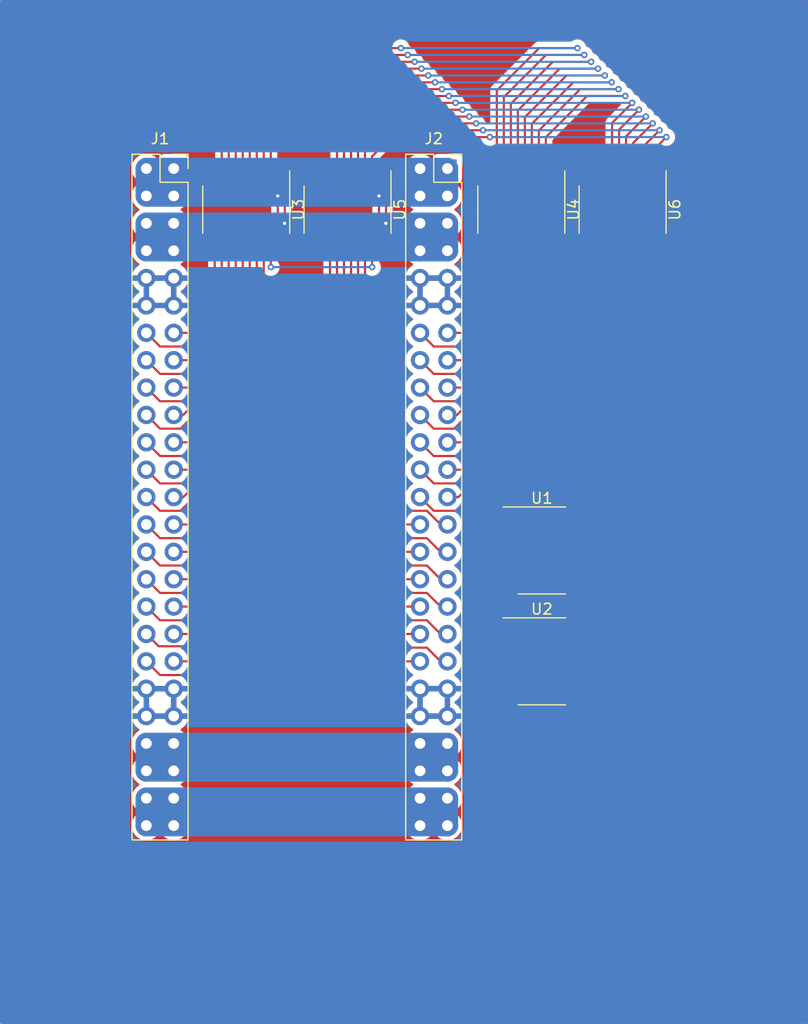
<source format=kicad_pcb>
(kicad_pcb (version 20211014) (generator pcbnew)
  (layers (0 "F.Cu" signal) (31 "B.Cu" signal) (34 "B.Paste" user) (35 "F.Paste" user) (36 "B.SilkS" user "B.Silkscreen") (37 "F.SilkS" user "F.Silkscreen") (38 "B.Mask" user) (39 "F.Mask" user) (44 "Edge.Cuts" user))
  (net 0 "")
  (net 1 "+3V3")
  (net 2 "+5V")
  (net 3 "GND")
  (net 4 "STEPPER_X1_STEP_{a}")
  (net 5 "STEPPER_X1_DIR_{a}")
  (net 6 "STEPPER_X2_STEP_{a}")
  (net 7 "STEPPER_X2_DIR_{a}")
  (net 8 "STEPPER_Y_STEP_{a}")
  (net 9 "STEPPER_Y_DIR_{a}")
  (net 10 "STEPPER_Z_STEP_{a}")
  (net 11 "STEPPER_Z_DIR_{a}")
  (net 12 "SPINDLE_ENABLE_{a}")
  (net 13 "STEPPER_ENABLE_{a}")
  (net 14 "SPINDLE_PWM_{a}")
  (net 15 "OUT_{0}_{a}")
  (net 16 "OUT_{1}_{a}")
  (net 17 "OUT_{2}_{a}")
  (net 18 "LIMIT_X1_POS")
  (net 19 "LIMIT_X1_NEG")
  (net 20 "LIMIT_X2_POS")
  (net 21 "LIMIT_X2_NEG")
  (net 22 "LIMIT_Y_POS")
  (net 23 "LIMIT_Y_NEG")
  (net 24 "LIMIT_Z_POS")
  (net 25 "LIMIT_Z_NEG")
  (net 26 "PROBE")
  (net 27 "IN_{0}")
  (net 28 "IN_{1}")
  (net 29 "IN_{2}")
  (net 30 "STEPPER_X1_STEP_{b}")
  (net 31 "STEPPER_X1_DIR_{b}")
  (net 32 "STEPPER_X2_STEP_{b}")
  (net 33 "STEPPER_X2_DIR_{b}")
  (net 34 "STEPPER_Y_STEP_{b}")
  (net 35 "STEPPER_Y_DIR_{b}")
  (net 36 "STEPPER_Z_STEP_{b}")
  (net 37 "STEPPER_Z_DIR_{b}")
  (net 38 "SPINDLE_ENABLE_{b}")
  (net 39 "STEPPER_ENABLE_{b}")
  (net 40 "SPINDLE_PWM_{b}")
  (net 41 "OUT_{0}_{b}")
  (net 42 "OUT_{1}_{b}")
  (net 43 "OUT_{2}_{b}")
  (net 80 "STEPPER_X1_STEP_{c}")
  (net 81 "STEPPER_X1_DIR_{c}")
  (net 82 "STEPPER_X2_STEP_{c}")
  (net 83 "STEPPER_X2_DIR_{c}")
  (net 84 "STEPPER_Y_STEP_{c}")
  (net 85 "STEPPER_Y_DIR_{c}")
  (net 86 "STEPPER_Z_STEP_{c}")
  (net 87 "STEPPER_ENABLE_{c}")
  (net 88 "SPINDLE_PWM_{c}")
  (net 89 "OUT_{0}_{c}")
  (net 90 "OUT_{1}_{c}")
  (net 91 "OUT_{2}_{c}")
  (net 92 "SPINDLE_ENABLE_{c}")
  (net 93 "STEPPER_Z_DIR_{c}")
  (net 98 "OE_{a}")
  (net 99 "OE_{b}")
  (footprint "Package_SO:TSSOP-24_4.4x7.8mm_P0.65mm" (layer "F.Cu") (at 77.851 44.45 -90)
    (fp_text reference "U3")
    (fp_text value "SN74LVC4245A")
  )
  (footprint "Package_SO:TSSOP-24_4.4x7.8mm_P0.65mm" (layer "F.Cu") (at 112.776 44.45 -90)
    (fp_text reference "U6")
    (fp_text value "SN74LVC4245A")
  )
  (footprint "Package_SO:TSSOP-24_4.4x7.8mm_P0.65mm" (layer "F.Cu") (at 103.378 44.45 -90)
    (fp_text reference "U4")
    (fp_text value "SN74LVC4245A")
  )
  (footprint "Package_SO:TSSOP-24_4.4x7.8mm_P0.65mm" (layer "F.Cu") (at 105.283 86.36)
    (fp_text reference "U2")
    (fp_text value "SN74LVC4245A")
  )
  (footprint "Package_SO:TSSOP-24_4.4x7.8mm_P0.65mm" (layer "F.Cu") (at 105.283 76.073)
    (fp_text reference "U1")
    (fp_text value "SN74LVC4245A")
  )
  (footprint "Connector_PinSocket_2.54mm:PinSocket_2x25_P2.54mm_Vertical" (layer "F.Cu") (at 96.52 40.64)
    (fp_text reference "J2")
    (fp_text value "Conn_02x25_Odd_Even")
  )
  (footprint "Package_SO:TSSOP-24_4.4x7.8mm_P0.65mm" (layer "F.Cu") (at 87.249 44.45 -90)
    (fp_text reference "U5")
    (fp_text value "SN74LVC4245A")
  )
  (footprint "Connector_PinSocket_2.54mm:PinSocket_2x25_P2.54mm_Vertical" (layer "F.Cu") (at 71.12 40.64)
    (fp_text reference "J1")
    (fp_text value "Conn_02x25_Odd_Even")
  )
  (segment (start 90.174 45.978) (end 90.174 43.184) (width 0.2) (layer "F.Cu") (net 1))
  (segment (start 90.174 47.3125) (end 90.174 45.978) (width 0.2) (layer "F.Cu") (net 1))
  (segment (start 80.776 46.105) (end 81.426 46.755) (width 0.2) (layer "F.Cu") (net 1))
  (segment (start 80.776 43.184) (end 80.776 46.105) (width 0.2) (layer "F.Cu") (net 1))
  (segment (start 90.174 43.184) (end 90.17 43.18) (width 0.2) (layer "F.Cu") (net 1))
  (segment (start 90.824 47.3125) (end 90.824 46.628) (width 0.2) (layer "F.Cu") (net 1))
  (segment (start 90.824 46.628) (end 90.174 45.978) (width 0.2) (layer "F.Cu") (net 1))
  (segment (start 81.426 46.755) (end 81.426 47.3125) (width 0.2) (layer "F.Cu") (net 1))
  (segment (start 80.776 46.105) (end 80.776 47.3125) (width 0.2) (layer "F.Cu") (net 1))
  (segment (start 80.772 43.18) (end 80.776 43.184) (width 0.2) (layer "F.Cu") (net 1))
  (via (at 80.772 43.18) (size 0.6) (drill 0.3) (layers "F.Cu" "B.Cu") (net 1))
  (via (at 90.17 43.18) (size 0.6) (drill 0.3) (layers "F.Cu" "B.Cu") (net 1))
  (segment (start 96.52 101.6) (end 96.52 99.06) (width 2) (layer "B.Cu") (net 1))
  (segment (start 96.52 99.06) (end 93.98 99.06) (width 2) (layer "B.Cu") (net 1))
  (segment (start 96.266 41.91) (end 96.52 41.656) (width 2) (layer "B.Cu") (net 1))
  (segment (start 68.58 101.6) (end 71.12 101.6) (width 2) (layer "B.Cu") (net 1))
  (segment (start 68.834 41.91) (end 96.266 41.91) (width 2) (layer "B.Cu") (net 1))
  (segment (start 69.85 100.33) (end 95.25 100.33) (width 2) (layer "B.Cu") (net 1))
  (segment (start 93.98 40.64) (end 96.52 40.64) (width 2) (layer "B.Cu") (net 1))
  (segment (start 71.12 43.18) (end 68.58 43.18) (width 2) (layer "B.Cu") (net 1))
  (segment (start 68.58 101.6) (end 69.85 100.33) (width 2) (layer "B.Cu") (net 1))
  (segment (start 96.52 41.656) (end 96.52 40.64) (width 2) (layer "B.Cu") (net 1))
  (segment (start 96.52 43.18) (end 96.52 41.656) (width 2) (layer "B.Cu") (net 1))
  (segment (start 93.98 43.18) (end 90.17 43.18) (width 2) (layer "B.Cu") (net 1))
  (segment (start 68.58 41.656) (end 68.834 41.91) (width 2) (layer "B.Cu") (net 1))
  (segment (start 90.17 43.18) (end 80.772 43.18) (width 2) (layer "B.Cu") (net 1))
  (segment (start 68.58 41.656) (end 68.58 40.64) (width 2) (layer "B.Cu") (net 1))
  (segment (start 93.98 101.6) (end 96.52 101.6) (width 2) (layer "B.Cu") (net 1))
  (segment (start 95.25 100.33) (end 96.52 101.6) (width 2) (layer "B.Cu") (net 1))
  (segment (start 68.58 99.06) (end 68.58 101.6) (width 2) (layer "B.Cu") (net 1))
  (segment (start 71.12 99.06) (end 68.58 99.06) (width 2) (layer "B.Cu") (net 1))
  (segment (start 96.52 43.18) (end 93.98 43.18) (width 2) (layer "B.Cu") (net 1))
  (segment (start 68.58 40.64) (end 71.12 40.64) (width 2) (layer "B.Cu") (net 1))
  (segment (start 68.58 43.18) (end 68.58 41.656) (width 2) (layer "B.Cu") (net 1))
  (segment (start 71.12 40.64) (end 93.98 40.64) (width 2) (layer "B.Cu") (net 1))
  (segment (start 93.98 99.06) (end 71.12 99.06) (width 2) (layer "B.Cu") (net 1))
  (segment (start 71.12 101.6) (end 93.98 101.6) (width 2) (layer "B.Cu") (net 1))
  (segment (start 80.772 43.18) (end 71.12 43.18) (width 2) (layer "B.Cu") (net 1))
  (segment (start 81.426 45.701) (end 81.407 45.72) (width 0.2) (layer "F.Cu") (net 2))
  (segment (start 90.805 45.72) (end 90.824 45.701) (width 0.2) (layer "F.Cu") (net 2))
  (segment (start 90.824 45.701) (end 90.824 41.5875) (width 0.2) (layer "F.Cu") (net 2))
  (segment (start 81.426 41.5875) (end 81.426 45.701) (width 0.2) (layer "F.Cu") (net 2))
  (via (at 90.805 45.72) (size 0.6) (drill 0.3) (layers "F.Cu" "B.Cu") (net 2))
  (via (at 81.407 45.72) (size 0.6) (drill 0.3) (layers "F.Cu" "B.Cu") (net 2))
  (segment (start 93.98 93.98) (end 96.52 93.98) (width 2) (layer "B.Cu") (net 2))
  (segment (start 68.58 96.52) (end 69.85 95.25) (width 2) (layer "B.Cu") (net 2))
  (segment (start 71.12 48.26) (end 68.58 48.26) (width 2) (layer "B.Cu") (net 2))
  (segment (start 71.12 96.52) (end 68.58 96.52) (width 2) (layer "B.Cu") (net 2))
  (segment (start 96.52 96.52) (end 93.98 96.52) (width 2) (layer "B.Cu") (net 2))
  (segment (start 69.85 46.99) (end 71.12 48.26) (width 2) (layer "B.Cu") (net 2))
  (segment (start 95.25 46.99) (end 96.52 48.26) (width 2) (layer "B.Cu") (net 2))
  (segment (start 71.12 45.72) (end 81.407 45.72) (width 2) (layer "B.Cu") (net 2))
  (segment (start 69.85 46.99) (end 95.25 46.99) (width 2) (layer "B.Cu") (net 2))
  (segment (start 68.58 96.52) (end 68.58 93.98) (width 2) (layer "B.Cu") (net 2))
  (segment (start 81.407 45.72) (end 90.805 45.72) (width 2) (layer "B.Cu") (net 2))
  (segment (start 96.52 45.72) (end 96.52 48.26) (width 2) (layer "B.Cu") (net 2))
  (segment (start 69.85 95.25) (end 95.25 95.25) (width 2) (layer "B.Cu") (net 2))
  (segment (start 68.58 93.98) (end 71.12 93.98) (width 2) (layer "B.Cu") (net 2))
  (segment (start 71.12 93.98) (end 93.98 93.98) (width 2) (layer "B.Cu") (net 2))
  (segment (start 93.98 96.52) (end 71.12 96.52) (width 2) (layer "B.Cu") (net 2))
  (segment (start 93.98 48.26) (end 71.12 48.26) (width 2) (layer "B.Cu") (net 2))
  (segment (start 93.98 45.72) (end 96.52 45.72) (width 2) (layer "B.Cu") (net 2))
  (segment (start 96.52 93.98) (end 96.52 96.52) (width 2) (layer "B.Cu") (net 2))
  (segment (start 68.58 45.72) (end 69.85 46.99) (width 2) (layer "B.Cu") (net 2))
  (segment (start 68.58 45.72) (end 71.12 45.72) (width 2) (layer "B.Cu") (net 2))
  (segment (start 95.25 95.25) (end 96.52 96.52) (width 2) (layer "B.Cu") (net 2))
  (segment (start 96.52 48.26) (end 93.98 48.26) (width 2) (layer "B.Cu") (net 2))
  (segment (start 68.58 48.26) (end 68.58 45.72) (width 2) (layer "B.Cu") (net 2))
  (segment (start 90.805 45.72) (end 93.98 45.72) (width 2) (layer "B.Cu") (net 2))
  (segment (start 90.032 41.5875) (end 90.032 41.038231) (width 0.2) (layer "F.Cu") (net 3))
  (segment (start 71.12 55.88) (end 73.66 55.88) (width 0.2) (layer "F.Cu") (net 4))
  (segment (start 74.926 54.614) (end 74.926 47.3125) (width 0.2) (layer "F.Cu") (net 4))
  (segment (start 73.66 55.88) (end 74.926 54.614) (width 0.2) (layer "F.Cu") (net 4))
  (segment (start 69.85 57.15) (end 73.406 57.15) (width 0.2) (layer "F.Cu") (net 5))
  (segment (start 68.58 55.88) (end 69.85 57.15) (width 0.2) (layer "F.Cu") (net 5))
  (segment (start 73.406 57.15) (end 75.576 54.98) (width 0.2) (layer "F.Cu") (net 5))
  (segment (start 75.576 54.98) (end 75.576 47.3125) (width 0.2) (layer "F.Cu") (net 5))
  (segment (start 76.226 55.346) (end 76.226 47.3125) (width 0.2) (layer "F.Cu") (net 6))
  (segment (start 71.12 58.42) (end 73.152 58.42) (width 0.2) (layer "F.Cu") (net 6))
  (segment (start 73.152 58.42) (end 76.226 55.346) (width 0.2) (layer "F.Cu") (net 6))
  (segment (start 69.85 59.69) (end 72.898 59.69) (width 0.2) (layer "F.Cu") (net 7))
  (segment (start 72.898 59.69) (end 76.876 55.712) (width 0.2) (layer "F.Cu") (net 7))
  (segment (start 68.58 58.42) (end 69.85 59.69) (width 0.2) (layer "F.Cu") (net 7))
  (segment (start 76.876 55.712) (end 76.876 47.3125) (width 0.2) (layer "F.Cu") (net 7))
  (segment (start 77.526 56.078) (end 77.526 47.3125) (width 0.2) (layer "F.Cu") (net 8))
  (segment (start 71.12 60.96) (end 72.644 60.96) (width 0.2) (layer "F.Cu") (net 8))
  (segment (start 72.644 60.96) (end 77.526 56.078) (width 0.2) (layer "F.Cu") (net 8))
  (segment (start 78.176 56.41225) (end 78.176 47.3125) (width 0.2) (layer "F.Cu") (net 9))
  (segment (start 68.58 60.96) (end 69.85 62.23) (width 0.2) (layer "F.Cu") (net 9))
  (segment (start 72.35825 62.23) (end 78.176 56.41225) (width 0.2) (layer "F.Cu") (net 9))
  (segment (start 69.85 62.23) (end 72.35825 62.23) (width 0.2) (layer "F.Cu") (net 9))
  (segment (start 71.12 63.5) (end 72.009 63.5) (width 0.2) (layer "F.Cu") (net 10))
  (segment (start 78.826 56.683) (end 78.826 47.3125) (width 0.2) (layer "F.Cu") (net 10))
  (segment (start 72.009 63.5) (end 78.826 56.683) (width 0.2) (layer "F.Cu") (net 10))
  (segment (start 69.85 64.77) (end 71.755 64.77) (width 0.2) (layer "F.Cu") (net 11))
  (segment (start 68.58 63.5) (end 69.85 64.77) (width 0.2) (layer "F.Cu") (net 11))
  (segment (start 79.476 57.049) (end 79.476 47.3125) (width 0.2) (layer "F.Cu") (net 11))
  (segment (start 71.755 64.77) (end 79.476 57.049) (width 0.2) (layer "F.Cu") (net 11))
  (segment (start 71.12 66.04) (end 73.025 66.04) (width 0.2) (layer "F.Cu") (net 12))
  (segment (start 73.025 66.04) (end 85.624 53.441) (width 0.2) (layer "F.Cu") (net 12))
  (segment (start 85.624 53.441) (end 85.624 47.3125) (width 0.2) (layer "F.Cu") (net 12))
  (segment (start 72.771 67.31) (end 86.274 53.807) (width 0.2) (layer "F.Cu") (net 13))
  (segment (start 86.274 53.807) (end 86.274 47.3125) (width 0.2) (layer "F.Cu") (net 13))
  (segment (start 69.85 67.31) (end 72.771 67.31) (width 0.2) (layer "F.Cu") (net 13))
  (segment (start 68.58 66.04) (end 69.85 67.31) (width 0.2) (layer "F.Cu") (net 13))
  (segment (start 71.12 68.58) (end 72.517 68.58) (width 0.2) (layer "F.Cu") (net 14))
  (segment (start 86.924 54.173) (end 86.924 47.3125) (width 0.2) (layer "F.Cu") (net 14))
  (segment (start 72.517 68.58) (end 86.924 54.173) (width 0.2) (layer "F.Cu") (net 14))
  (segment (start 72.263 69.85) (end 87.574 54.539) (width 0.2) (layer "F.Cu") (net 15))
  (segment (start 87.574 54.539) (end 87.574 47.3125) (width 0.2) (layer "F.Cu") (net 15))
  (segment (start 68.58 68.58) (end 69.85 69.85) (width 0.2) (layer "F.Cu") (net 15))
  (segment (start 69.85 69.85) (end 72.263 69.85) (width 0.2) (layer "F.Cu") (net 15))
  (segment (start 88.224 54.905) (end 88.224 47.3125) (width 0.2) (layer "F.Cu") (net 16))
  (segment (start 71.12 71.12) (end 72.009 71.12) (width 0.2) (layer "F.Cu") (net 16))
  (segment (start 72.009 71.12) (end 88.224 54.905) (width 0.2) (layer "F.Cu") (net 16))
  (segment (start 68.58 71.12) (end 69.85 72.39) (width 0.2) (layer "F.Cu") (net 17))
  (segment (start 69.85 72.39) (end 71.755 72.39) (width 0.2) (layer "F.Cu") (net 17))
  (segment (start 88.874 55.271) (end 88.874 47.3125) (width 0.2) (layer "F.Cu") (net 17))
  (segment (start 71.755 72.39) (end 88.874 55.271) (width 0.2) (layer "F.Cu") (net 17))
  (segment (start 92.202 72.39) (end 90.932 73.66) (width 0.2) (layer "F.Cu") (net 18))
  (segment (start 94.615 72.39) (end 92.202 72.39) (width 0.2) (layer "F.Cu") (net 18))
  (segment (start 96.52 73.66) (end 95.885 73.66) (width 0.2) (layer "F.Cu") (net 18))
  (segment (start 90.932 73.66) (end 71.12 73.66) (width 0.2) (layer "F.Cu") (net 18))
  (segment (start 95.885 73.66) (end 94.615 72.39) (width 0.2) (layer "F.Cu") (net 18))
  (segment (start 68.58 73.66) (end 69.85 74.93) (width 0.2) (layer "F.Cu") (net 19))
  (segment (start 92.202 73.66) (end 93.98 73.66) (width 0.2) (layer "F.Cu") (net 19))
  (segment (start 69.85 74.93) (end 90.932 74.93) (width 0.2) (layer "F.Cu") (net 19))
  (segment (start 90.932 74.93) (end 92.202 73.66) (width 0.2) (layer "F.Cu") (net 19))
  (segment (start 96.52 76.2) (end 95.885 76.2) (width 0.2) (layer "F.Cu") (net 20))
  (segment (start 94.615 74.93) (end 92.202 74.93) (width 0.2) (layer "F.Cu") (net 20))
  (segment (start 90.932 76.2) (end 71.12 76.2) (width 0.2) (layer "F.Cu") (net 20))
  (segment (start 92.202 74.93) (end 90.932 76.2) (width 0.2) (layer "F.Cu") (net 20))
  (segment (start 95.885 76.2) (end 94.615 74.93) (width 0.2) (layer "F.Cu") (net 20))
  (segment (start 90.932 77.47) (end 92.202 76.2) (width 0.2) (layer "F.Cu") (net 21))
  (segment (start 69.85 77.47) (end 90.932 77.47) (width 0.2) (layer "F.Cu") (net 21))
  (segment (start 68.58 76.2) (end 69.85 77.47) (width 0.2) (layer "F.Cu") (net 21))
  (segment (start 92.202 76.2) (end 93.98 76.2) (width 0.2) (layer "F.Cu") (net 21))
  (segment (start 95.885 78.74) (end 94.615 77.47) (width 0.2) (layer "F.Cu") (net 22))
  (segment (start 96.52 78.74) (end 95.885 78.74) (width 0.2) (layer "F.Cu") (net 22))
  (segment (start 92.202 77.47) (end 90.932 78.74) (width 0.2) (layer "F.Cu") (net 22))
  (segment (start 94.615 77.47) (end 92.202 77.47) (width 0.2) (layer "F.Cu") (net 22))
  (segment (start 90.932 78.74) (end 71.12 78.74) (width 0.2) (layer "F.Cu") (net 22))
  (segment (start 92.202 78.74) (end 93.98 78.74) (width 0.2) (layer "F.Cu") (net 23))
  (segment (start 69.85 80.01) (end 90.932 80.01) (width 0.2) (layer "F.Cu") (net 23))
  (segment (start 68.58 78.74) (end 69.85 80.01) (width 0.2) (layer "F.Cu") (net 23))
  (segment (start 90.932 80.01) (end 92.202 78.74) (width 0.2) (layer "F.Cu") (net 23))
  (segment (start 94.615 80.01) (end 92.202 80.01) (width 0.2) (layer "F.Cu") (net 24))
  (segment (start 96.52 81.28) (end 95.885 81.28) (width 0.2) (layer "F.Cu") (net 24))
  (segment (start 90.932 81.28) (end 71.12 81.28) (width 0.2) (layer "F.Cu") (net 24))
  (segment (start 95.885 81.28) (end 94.615 80.01) (width 0.2) (layer "F.Cu") (net 24))
  (segment (start 92.202 80.01) (end 90.932 81.28) (width 0.2) (layer "F.Cu") (net 24))
  (segment (start 69.85 82.55) (end 90.932 82.55) (width 0.2) (layer "F.Cu") (net 25))
  (segment (start 90.932 82.55) (end 92.202 81.28) (width 0.2) (layer "F.Cu") (net 25))
  (segment (start 92.202 81.28) (end 93.98 81.28) (width 0.2) (layer "F.Cu") (net 25))
  (segment (start 68.58 81.28) (end 69.85 82.55) (width 0.2) (layer "F.Cu") (net 25))
  (segment (start 71.12 83.82) (end 90.932 83.82) (width 0.2) (layer "F.Cu") (net 26))
  (segment (start 92.202 82.55) (end 94.615 82.55) (width 0.2) (layer "F.Cu") (net 26))
  (segment (start 95.885 83.82) (end 94.615 82.55) (width 0.2) (layer "F.Cu") (net 26))
  (segment (start 96.52 83.82) (end 95.885 83.82) (width 0.2) (layer "F.Cu") (net 26))
  (segment (start 90.932 83.82) (end 92.202 82.55) (width 0.2) (layer "F.Cu") (net 26))
  (segment (start 68.58 83.82) (end 69.723 84.963) (width 0.2) (layer "F.Cu") (net 27))
  (segment (start 92.202 83.82) (end 93.98 83.82) (width 0.2) (layer "F.Cu") (net 27))
  (segment (start 91.059 84.963) (end 92.202 83.82) (width 0.2) (layer "F.Cu") (net 27))
  (segment (start 69.723 84.963) (end 91.059 84.963) (width 0.2) (layer "F.Cu") (net 27))
  (segment (start 92.202 85.09) (end 90.932 86.36) (width 0.2) (layer "F.Cu") (net 28))
  (segment (start 96.52 86.36) (end 95.885 86.36) (width 0.2) (layer "F.Cu") (net 28))
  (segment (start 94.615 85.09) (end 92.202 85.09) (width 0.2) (layer "F.Cu") (net 28))
  (segment (start 95.885 86.36) (end 94.615 85.09) (width 0.2) (layer "F.Cu") (net 28))
  (segment (start 90.932 86.36) (end 71.12 86.36) (width 0.2) (layer "F.Cu") (net 28))
  (segment (start 90.932 87.63) (end 92.202 86.36) (width 0.2) (layer "F.Cu") (net 29))
  (segment (start 69.85 87.63) (end 90.932 87.63) (width 0.2) (layer "F.Cu") (net 29))
  (segment (start 92.202 86.36) (end 93.98 86.36) (width 0.2) (layer "F.Cu") (net 29))
  (segment (start 68.58 86.36) (end 69.85 87.63) (width 0.2) (layer "F.Cu") (net 29))
  (segment (start 98.933 55.88) (end 100.453 54.36) (width 0.2) (layer "F.Cu") (net 30))
  (segment (start 100.453 54.36) (end 100.453 47.3125) (width 0.2) (layer "F.Cu") (net 30))
  (segment (start 96.52 55.88) (end 98.933 55.88) (width 0.2) (layer "F.Cu") (net 30))
  (segment (start 93.98 55.88) (end 95.25 57.15) (width 0.2) (layer "F.Cu") (net 31))
  (segment (start 101.103 54.726) (end 101.103 47.3125) (width 0.2) (layer "F.Cu") (net 31))
  (segment (start 98.679 57.15) (end 101.103 54.726) (width 0.2) (layer "F.Cu") (net 31))
  (segment (start 95.25 57.15) (end 98.679 57.15) (width 0.2) (layer "F.Cu") (net 31))
  (segment (start 98.425 58.42) (end 101.753 55.092) (width 0.2) (layer "F.Cu") (net 32))
  (segment (start 101.753 55.092) (end 101.753 47.3125) (width 0.2) (layer "F.Cu") (net 32))
  (segment (start 96.52 58.42) (end 98.425 58.42) (width 0.2) (layer "F.Cu") (net 32))
  (segment (start 98.171 59.69) (end 102.403 55.458) (width 0.2) (layer "F.Cu") (net 33))
  (segment (start 102.403 55.458) (end 102.403 47.3125) (width 0.2) (layer "F.Cu") (net 33))
  (segment (start 93.98 58.42) (end 95.25 59.69) (width 0.2) (layer "F.Cu") (net 33))
  (segment (start 95.25 59.69) (end 98.171 59.69) (width 0.2) (layer "F.Cu") (net 33))
  (segment (start 97.917 60.96) (end 103.053 55.824) (width 0.2) (layer "F.Cu") (net 34))
  (segment (start 96.52 60.96) (end 97.917 60.96) (width 0.2) (layer "F.Cu") (net 34))
  (segment (start 103.053 55.824) (end 103.053 47.3125) (width 0.2) (layer "F.Cu") (net 34))
  (segment (start 95.25 62.23) (end 97.663 62.23) (width 0.2) (layer "F.Cu") (net 35))
  (segment (start 103.703 56.19) (end 103.703 47.3125) (width 0.2) (layer "F.Cu") (net 35))
  (segment (start 93.98 60.96) (end 95.25 62.23) (width 0.2) (layer "F.Cu") (net 35))
  (segment (start 97.663 62.23) (end 103.703 56.19) (width 0.2) (layer "F.Cu") (net 35))
  (segment (start 104.353 56.556) (end 104.353 47.3125) (width 0.2) (layer "F.Cu") (net 36))
  (segment (start 97.409 63.5) (end 104.353 56.556) (width 0.2) (layer "F.Cu") (net 36))
  (segment (start 96.52 63.5) (end 97.409 63.5) (width 0.2) (layer "F.Cu") (net 36))
  (segment (start 105.003 56.922) (end 105.003 47.3125) (width 0.2) (layer "F.Cu") (net 37))
  (segment (start 93.98 63.5) (end 95.25 64.77) (width 0.2) (layer "F.Cu") (net 37))
  (segment (start 97.155 64.77) (end 105.003 56.922) (width 0.2) (layer "F.Cu") (net 37))
  (segment (start 95.25 64.77) (end 97.155 64.77) (width 0.2) (layer "F.Cu") (net 37))
  (segment (start 96.52 66.04) (end 98.552 66.04) (width 0.2) (layer "F.Cu") (net 38))
  (segment (start 111.151 53.441) (end 111.151 47.3125) (width 0.2) (layer "F.Cu") (net 38))
  (segment (start 98.552 66.04) (end 111.151 53.441) (width 0.2) (layer "F.Cu") (net 38))
  (segment (start 93.98 66.04) (end 95.25 67.31) (width 0.2) (layer "F.Cu") (net 39))
  (segment (start 95.25 67.31) (end 98.298 67.31) (width 0.2) (layer "F.Cu") (net 39))
  (segment (start 111.801 53.807) (end 111.801 47.3125) (width 0.2) (layer "F.Cu") (net 39))
  (segment (start 98.298 67.31) (end 111.801 53.807) (width 0.2) (layer "F.Cu") (net 39))
  (segment (start 98.044 68.58) (end 112.451 54.173) (width 0.2) (layer "F.Cu") (net 40))
  (segment (start 112.451 54.173) (end 112.451 47.3125) (width 0.2) (layer "F.Cu") (net 40))
  (segment (start 96.52 68.58) (end 98.044 68.58) (width 0.2) (layer "F.Cu") (net 40))
  (segment (start 97.79 69.85) (end 113.101 54.539) (width 0.2) (layer "F.Cu") (net 41))
  (segment (start 113.101 54.539) (end 113.101 47.3125) (width 0.2) (layer "F.Cu") (net 41))
  (segment (start 95.25 69.85) (end 97.79 69.85) (width 0.2) (layer "F.Cu") (net 41))
  (segment (start 93.98 68.58) (end 95.25 69.85) (width 0.2) (layer "F.Cu") (net 41))
  (segment (start 113.751 54.905) (end 113.751 47.3125) (width 0.2) (layer "F.Cu") (net 42))
  (segment (start 97.536 71.12) (end 113.751 54.905) (width 0.2) (layer "F.Cu") (net 42))
  (segment (start 96.52 71.12) (end 97.536 71.12) (width 0.2) (layer "F.Cu") (net 42))
  (segment (start 95.25 72.39) (end 97.282 72.39) (width 0.2) (layer "F.Cu") (net 43))
  (segment (start 93.98 71.12) (end 95.25 72.39) (width 0.2) (layer "F.Cu") (net 43))
  (segment (start 97.282 72.39) (end 114.401 55.271) (width 0.2) (layer "F.Cu") (net 43))
  (segment (start 114.401 55.271) (end 114.401 47.3125) (width 0.2) (layer "F.Cu") (net 43))
  (segment (start 75.576 33.39) (end 75.576 41.5875) (width 0.2) (layer "F.Cu") (net 80))
  (segment (start 101.103 33.39) (end 101.103 41.5875) (width 0.2) (layer "F.Cu") (net 80))
  (segment (start 105.029 29.464) (end 101.103 33.39) (width 0.2) (layer "F.Cu") (net 80))
  (segment (start 92.202 29.464) (end 79.502 29.464) (width 0.2) (layer "F.Cu") (net 80))
  (segment (start 108.585 29.464) (end 105.029 29.464) (width 0.2) (layer "F.Cu") (net 80))
  (segment (start 79.502 29.464) (end 75.576 33.39) (width 0.2) (layer "F.Cu") (net 80))
  (via (at 108.585 29.464) (size 0.6) (drill 0.3) (layers "F.Cu" "B.Cu") (net 80))
  (via (at 92.202 29.464) (size 0.6) (drill 0.3) (layers "F.Cu" "B.Cu") (net 80))
  (segment (start 92.202 29.464) (end 108.585 29.464) (width 0.2) (layer "B.Cu") (net 80))
  (segment (start 92.837 30.099) (end 80.137 30.099) (width 0.2) (layer "F.Cu") (net 81))
  (segment (start 105.664 30.099) (end 101.753 34.01) (width 0.2) (layer "F.Cu") (net 81))
  (segment (start 80.137 30.099) (end 76.226 34.01) (width 0.2) (layer "F.Cu") (net 81))
  (segment (start 101.753 34.01) (end 101.753 41.5875) (width 0.2) (layer "F.Cu") (net 81))
  (segment (start 76.226 34.01) (end 76.226 41.5875) (width 0.2) (layer "F.Cu") (net 81))
  (segment (start 109.22 30.099) (end 105.664 30.099) (width 0.2) (layer "F.Cu") (net 81))
  (via (at 109.22 30.099) (size 0.6) (drill 0.3) (layers "F.Cu" "B.Cu") (net 81))
  (via (at 92.837 30.099) (size 0.6) (drill 0.3) (layers "F.Cu" "B.Cu") (net 81))
  (segment (start 92.837 30.099) (end 109.22 30.099) (width 0.2) (layer "B.Cu") (net 81))
  (segment (start 109.855 30.734) (end 106.299 30.734) (width 0.2) (layer "F.Cu") (net 82))
  (segment (start 80.772 30.734) (end 76.876 34.63) (width 0.2) (layer "F.Cu") (net 82))
  (segment (start 106.299 30.734) (end 102.403 34.63) (width 0.2) (layer "F.Cu") (net 82))
  (segment (start 93.472 30.734) (end 80.772 30.734) (width 0.2) (layer "F.Cu") (net 82))
  (segment (start 76.876 34.63) (end 76.876 41.5875) (width 0.2) (layer "F.Cu") (net 82))
  (segment (start 102.403 34.63) (end 102.403 41.5875) (width 0.2) (layer "F.Cu") (net 82))
  (via (at 93.472 30.734) (size 0.6) (drill 0.3) (layers "F.Cu" "B.Cu") (net 82))
  (via (at 109.855 30.734) (size 0.6) (drill 0.3) (layers "F.Cu" "B.Cu") (net 82))
  (segment (start 93.472 30.734) (end 109.855 30.734) (width 0.2) (layer "B.Cu") (net 82))
  (segment (start 77.526 35.25) (end 77.526 41.5875) (width 0.2) (layer "F.Cu") (net 83))
  (segment (start 103.053 35.25) (end 103.053 41.5875) (width 0.2) (layer "F.Cu") (net 83))
  (segment (start 81.407 31.369) (end 77.526 35.25) (width 0.2) (layer "F.Cu") (net 83))
  (segment (start 94.107 31.369) (end 81.407 31.369) (width 0.2) (layer "F.Cu") (net 83))
  (segment (start 106.934 31.369) (end 103.053 35.25) (width 0.2) (layer "F.Cu") (net 83))
  (segment (start 110.49 31.369) (end 106.934 31.369) (width 0.2) (layer "F.Cu") (net 83))
  (via (at 94.107 31.369) (size 0.6) (drill 0.3) (layers "F.Cu" "B.Cu") (net 83))
  (via (at 110.49 31.369) (size 0.6) (drill 0.3) (layers "F.Cu" "B.Cu") (net 83))
  (segment (start 94.107 31.369) (end 110.49 31.369) (width 0.2) (layer "B.Cu") (net 83))
  (segment (start 103.703 35.87) (end 103.703 41.5875) (width 0.2) (layer "F.Cu") (net 84))
  (segment (start 111.125 32.004) (end 107.569 32.004) (width 0.2) (layer "F.Cu") (net 84))
  (segment (start 94.742 32.004) (end 82.042 32.004) (width 0.2) (layer "F.Cu") (net 84))
  (segment (start 82.042 32.004) (end 78.176 35.87) (width 0.2) (layer "F.Cu") (net 84))
  (segment (start 107.569 32.004) (end 103.703 35.87) (width 0.2) (layer "F.Cu") (net 84))
  (segment (start 78.176 35.87) (end 78.176 41.5875) (width 0.2) (layer "F.Cu") (net 84))
  (via (at 94.742 32.004) (size 0.6) (drill 0.3) (layers "F.Cu" "B.Cu") (net 84))
  (via (at 111.125 32.004) (size 0.6) (drill 0.3) (layers "F.Cu" "B.Cu") (net 84))
  (segment (start 94.742 32.004) (end 111.125 32.004) (width 0.2) (layer "B.Cu") (net 84))
  (segment (start 111.76 32.639) (end 108.204 32.639) (width 0.2) (layer "F.Cu") (net 85))
  (segment (start 108.204 32.639) (end 104.353 36.49) (width 0.2) (layer "F.Cu") (net 85))
  (segment (start 104.353 36.49) (end 104.353 41.5875) (width 0.2) (layer "F.Cu") (net 85))
  (segment (start 78.826 36.49) (end 78.826 41.5875) (width 0.2) (layer "F.Cu") (net 85))
  (segment (start 95.377 32.639) (end 82.677 32.639) (width 0.2) (layer "F.Cu") (net 85))
  (segment (start 82.677 32.639) (end 78.826 36.49) (width 0.2) (layer "F.Cu") (net 85))
  (via (at 111.76 32.639) (size 0.6) (drill 0.3) (layers "F.Cu" "B.Cu") (net 85))
  (via (at 95.377 32.639) (size 0.6) (drill 0.3) (layers "F.Cu" "B.Cu") (net 85))
  (segment (start 95.377 32.639) (end 111.76 32.639) (width 0.2) (layer "B.Cu") (net 85))
  (segment (start 112.395 33.274) (end 108.839 33.274) (width 0.2) (layer "F.Cu") (net 86))
  (segment (start 108.839 33.274) (end 105.003 37.11) (width 0.2) (layer "F.Cu") (net 86))
  (segment (start 79.476 37.11) (end 79.476 41.5875) (width 0.2) (layer "F.Cu") (net 86))
  (segment (start 96.012 33.274) (end 83.312 33.274) (width 0.2) (layer "F.Cu") (net 86))
  (segment (start 105.003 37.11) (end 105.003 41.5875) (width 0.2) (layer "F.Cu") (net 86))
  (segment (start 83.312 33.274) (end 79.476 37.11) (width 0.2) (layer "F.Cu") (net 86))
  (via (at 112.395 33.274) (size 0.6) (drill 0.3) (layers "F.Cu" "B.Cu") (net 86))
  (via (at 96.012 33.274) (size 0.6) (drill 0.3) (layers "F.Cu" "B.Cu") (net 86))
  (segment (start 96.012 33.274) (end 112.395 33.274) (width 0.2) (layer "B.Cu") (net 86))
  (segment (start 86.782 41.5875) (end 86.782 41.038231) (width 0.2) (layer "F.Cu") (net 87))
  (segment (start 97.917 35.179) (end 88.773 35.179) (width 0.2) (layer "F.Cu") (net 87))
  (segment (start 88.773 35.179) (end 86.924 37.028) (width 0.2) (layer "F.Cu") (net 87))
  (segment (start 86.924 37.028) (end 86.924 41.5875) (width 0.2) (layer "F.Cu") (net 87))
  (segment (start 114.3 35.179) (end 112.451 37.028) (width 0.2) (layer "F.Cu") (net 87))
  (segment (start 112.451 37.028) (end 112.451 41.5875) (width 0.2) (layer "F.Cu") (net 87))
  (via (at 114.3 35.179) (size 0.6) (drill 0.3) (layers "F.Cu" "B.Cu") (net 87))
  (via (at 97.917 35.179) (size 0.6) (drill 0.3) (layers "F.Cu" "B.Cu") (net 87))
  (segment (start 97.917 35.179) (end 114.3 35.179) (width 0.2) (layer "B.Cu") (net 87))
  (segment (start 87.432 41.5875) (end 87.432 41.038231) (width 0.2) (layer "F.Cu") (net 88))
  (segment (start 98.552 35.814) (end 89.408 35.814) (width 0.2) (layer "F.Cu") (net 88))
  (segment (start 89.408 35.814) (end 87.574 37.648) (width 0.2) (layer "F.Cu") (net 88))
  (segment (start 113.101 37.648) (end 113.101 41.5875) (width 0.2) (layer "F.Cu") (net 88))
  (segment (start 87.574 37.648) (end 87.574 41.5875) (width 0.2) (layer "F.Cu") (net 88))
  (segment (start 114.935 35.814) (end 113.101 37.648) (width 0.2) (layer "F.Cu") (net 88))
  (via (at 98.552 35.814) (size 0.6) (drill 0.3) (layers "F.Cu" "B.Cu") (net 88))
  (via (at 114.935 35.814) (size 0.6) (drill 0.3) (layers "F.Cu" "B.Cu") (net 88))
  (segment (start 98.552 35.814) (end 114.935 35.814) (width 0.2) (layer "B.Cu") (net 88))
  (segment (start 113.751 38.268) (end 113.751 41.5875) (width 0.2) (layer "F.Cu") (net 89))
  (segment (start 90.043 36.449) (end 88.224 38.268) (width 0.2) (layer "F.Cu") (net 89))
  (segment (start 99.187 36.449) (end 90.043 36.449) (width 0.2) (layer "F.Cu") (net 89))
  (segment (start 88.082 41.5875) (end 88.082 41.038231) (width 0.2) (layer "F.Cu") (net 89))
  (segment (start 88.224 38.268) (end 88.224 41.5875) (width 0.2) (layer "F.Cu") (net 89))
  (segment (start 115.57 36.449) (end 113.751 38.268) (width 0.2) (layer "F.Cu") (net 89))
  (via (at 99.187 36.449) (size 0.6) (drill 0.3) (layers "F.Cu" "B.Cu") (net 89))
  (via (at 115.57 36.449) (size 0.6) (drill 0.3) (layers "F.Cu" "B.Cu") (net 89))
  (segment (start 99.187 36.449) (end 115.57 36.449) (width 0.2) (layer "B.Cu") (net 89))
  (segment (start 99.822 37.084) (end 90.678 37.084) (width 0.2) (layer "F.Cu") (net 90))
  (segment (start 88.874 38.888) (end 88.874 41.5875) (width 0.2) (layer "F.Cu") (net 90))
  (segment (start 90.678 37.084) (end 88.874 38.888) (width 0.2) (layer "F.Cu") (net 90))
  (segment (start 88.732 41.5875) (end 88.732 41.038231) (width 0.2) (layer "F.Cu") (net 90))
  (segment (start 114.401 38.888) (end 114.401 41.5875) (width 0.2) (layer "F.Cu") (net 90))
  (segment (start 116.205 37.084) (end 114.401 38.888) (width 0.2) (layer "F.Cu") (net 90))
  (via (at 116.205 37.084) (size 0.6) (drill 0.3) (layers "F.Cu" "B.Cu") (net 90))
  (via (at 99.822 37.084) (size 0.6) (drill 0.3) (layers "F.Cu" "B.Cu") (net 90))
  (segment (start 99.822 37.084) (end 116.205 37.084) (width 0.2) (layer "B.Cu") (net 90))
  (segment (start 100.457 37.719) (end 91.313 37.719) (width 0.2) (layer "F.Cu") (net 91))
  (segment (start 91.313 37.719) (end 89.524 39.508) (width 0.2) (layer "F.Cu") (net 91))
  (segment (start 115.051 39.508) (end 115.051 41.5875) (width 0.2) (layer "F.Cu") (net 91))
  (segment (start 116.84 37.719) (end 115.051 39.508) (width 0.2) (layer "F.Cu") (net 91))
  (segment (start 89.382 41.5875) (end 89.382 41.038231) (width 0.2) (layer "F.Cu") (net 91))
  (segment (start 89.524 39.508) (end 89.524 41.5875) (width 0.2) (layer "F.Cu") (net 91))
  (via (at 116.84 37.719) (size 0.6) (drill 0.3) (layers "F.Cu" "B.Cu") (net 91))
  (via (at 100.457 37.719) (size 0.6) (drill 0.3) (layers "F.Cu" "B.Cu") (net 91))
  (segment (start 100.457 37.719) (end 116.84 37.719) (width 0.2) (layer "B.Cu") (net 91))
  (segment (start 113.665 34.544) (end 111.801 36.408) (width 0.2) (layer "F.Cu") (net 92))
  (segment (start 88.138 34.544) (end 86.274 36.408) (width 0.2) (layer "F.Cu") (net 92))
  (segment (start 111.801 36.408) (end 111.801 41.5875) (width 0.2) (layer "F.Cu") (net 92))
  (segment (start 97.282 34.544) (end 88.138 34.544) (width 0.2) (layer "F.Cu") (net 92))
  (segment (start 86.274 36.408) (end 86.274 41.5875) (width 0.2) (layer "F.Cu") (net 92))
  (via (at 113.665 34.544) (size 0.6) (drill 0.3) (layers "F.Cu" "B.Cu") (net 92))
  (via (at 97.282 34.544) (size 0.6) (drill 0.3) (layers "F.Cu" "B.Cu") (net 92))
  (segment (start 97.282 34.544) (end 113.665 34.544) (width 0.2) (layer "B.Cu") (net 92))
  (segment (start 83.947 33.909) (end 80.126 37.73) (width 0.2) (layer "F.Cu") (net 93))
  (segment (start 113.03 33.909) (end 109.474 33.909) (width 0.2) (layer "F.Cu") (net 93))
  (segment (start 96.647 33.909) (end 83.947 33.909) (width 0.2) (layer "F.Cu") (net 93))
  (segment (start 109.474 33.909) (end 105.653 37.73) (width 0.2) (layer "F.Cu") (net 93))
  (segment (start 80.126 37.73) (end 80.126 41.5875) (width 0.2) (layer "F.Cu") (net 93))
  (segment (start 105.653 37.73) (end 105.653 41.5875) (width 0.2) (layer "F.Cu") (net 93))
  (via (at 96.647 33.909) (size 0.6) (drill 0.3) (layers "F.Cu" "B.Cu") (net 93))
  (via (at 113.03 33.909) (size 0.6) (drill 0.3) (layers "F.Cu" "B.Cu") (net 93))
  (segment (start 96.647 33.909) (end 113.03 33.909) (width 0.2) (layer "B.Cu") (net 93))
  (segment (start 89.535 49.784) (end 89.535 47.3235) (width 0.2) (layer "F.Cu") (net 98))
  (segment (start 80.126 49.773) (end 80.126 47.3125) (width 0.2) (layer "F.Cu") (net 98))
  (segment (start 89.535 47.3235) (end 89.524 47.3125) (width 0.2) (layer "F.Cu") (net 98))
  (segment (start 80.137 49.784) (end 80.126 49.773) (width 0.2) (layer "F.Cu") (net 98))
  (via (at 80.137 49.784) (size 0.6) (drill 0.3) (layers "F.Cu" "B.Cu") (net 98))
  (via (at 89.535 49.784) (size 0.6) (drill 0.3) (layers "F.Cu" "B.Cu") (net 98))
  (segment (start 80.137 49.784) (end 89.535 49.784) (width 0.2) (layer "B.Cu") (net 98))
  (zone (net 3) (net_name "GND") (layers F&B.Cu) (connect_pads (clearance 0.508)) (min_thickness 0.254) (fill yes (thermal_gap 0.508) (thermal_bridge_width 0.508))
    (polygon (pts (xy 130 120) (xy 55 120) (xy 55 25) (xy 130 25)))
  )
)
</source>
